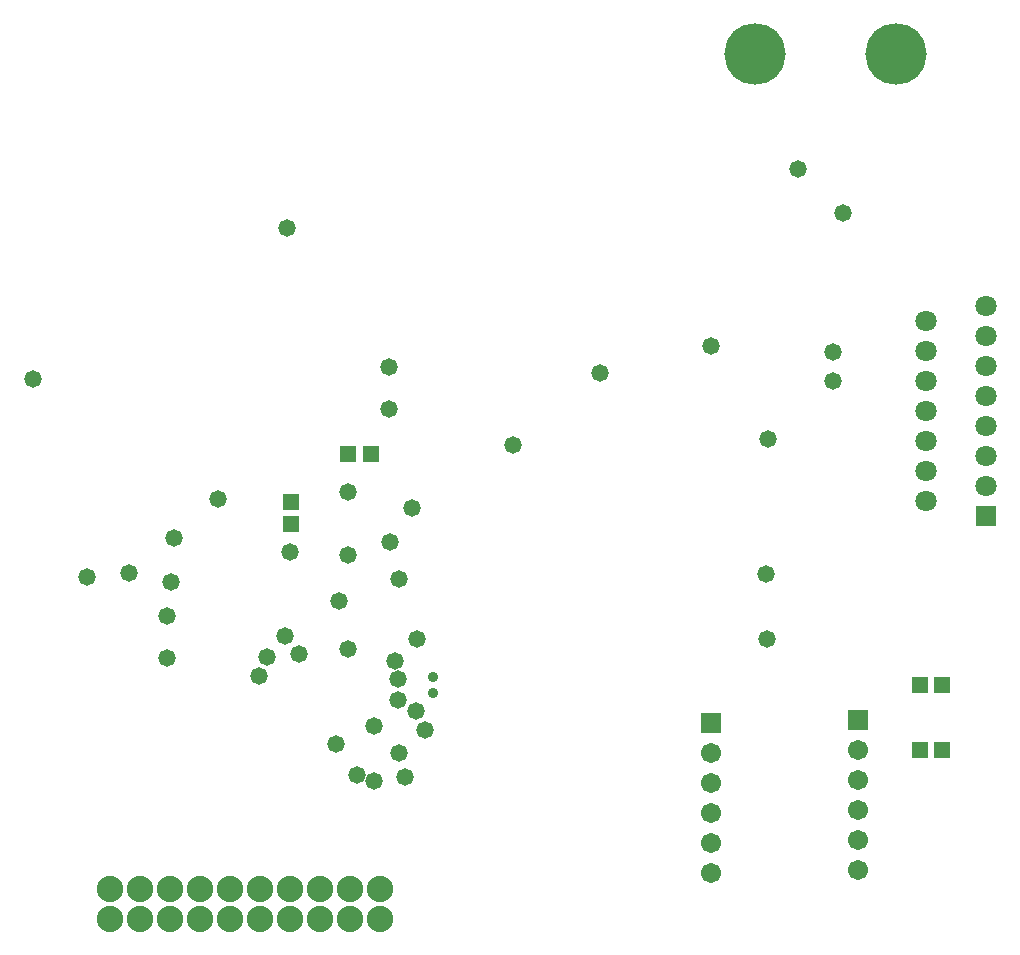
<source format=gbs>
G04*
G04 #@! TF.GenerationSoftware,Altium Limited,Altium Designer,21.8.1 (53)*
G04*
G04 Layer_Color=16711935*
%FSLAX25Y25*%
%MOIN*%
G70*
G04*
G04 #@! TF.SameCoordinates,6B1BD33C-14DF-4FC0-A095-B567C4E17EB1*
G04*
G04*
G04 #@! TF.FilePolarity,Negative*
G04*
G01*
G75*
%ADD14R,0.05288X0.05524*%
%ADD15R,0.05524X0.05288*%
%ADD23C,0.20485*%
%ADD24C,0.07099*%
%ADD25R,0.07099X0.07099*%
%ADD26C,0.08800*%
%ADD27C,0.03556*%
%ADD28R,0.06706X0.06706*%
%ADD29C,0.06706*%
%ADD30C,0.05800*%
D14*
X266000Y344500D02*
D03*
X258520D02*
D03*
X449000Y246000D02*
D03*
X456480D02*
D03*
X449020Y267500D02*
D03*
X456500D02*
D03*
D15*
X239500Y328500D02*
D03*
Y321020D02*
D03*
D23*
X441000Y478000D02*
D03*
X394000D02*
D03*
D24*
X471000Y394000D02*
D03*
X451000Y389000D02*
D03*
X471000Y384000D02*
D03*
X451000Y379000D02*
D03*
X471000Y374000D02*
D03*
X451000Y369000D02*
D03*
X471000Y364000D02*
D03*
X451000Y359000D02*
D03*
X471000Y354000D02*
D03*
X451000Y349000D02*
D03*
X471000Y344000D02*
D03*
X451000Y339000D02*
D03*
X471000Y334000D02*
D03*
X451000Y329000D02*
D03*
D25*
X471000Y324000D02*
D03*
D26*
X209000Y199500D02*
D03*
X219000Y189500D02*
D03*
Y199500D02*
D03*
X229000Y189500D02*
D03*
X239000D02*
D03*
X249000D02*
D03*
X229000Y199500D02*
D03*
X239000D02*
D03*
X249000D02*
D03*
X259000Y189500D02*
D03*
Y199500D02*
D03*
X179000Y189500D02*
D03*
X189000D02*
D03*
Y199500D02*
D03*
X199000Y189500D02*
D03*
Y199500D02*
D03*
X209000Y189500D02*
D03*
X179000Y199500D02*
D03*
X269000Y189500D02*
D03*
Y199500D02*
D03*
D27*
X286693Y264744D02*
D03*
Y270256D02*
D03*
D28*
X428500Y256000D02*
D03*
X379500Y255000D02*
D03*
D29*
X428500Y246000D02*
D03*
Y236000D02*
D03*
Y226000D02*
D03*
Y216000D02*
D03*
Y206000D02*
D03*
X379500Y245000D02*
D03*
Y235000D02*
D03*
Y225000D02*
D03*
Y215000D02*
D03*
Y205000D02*
D03*
D30*
X398500Y349500D02*
D03*
X397742Y304596D02*
D03*
X398000Y283000D02*
D03*
X153500Y369500D02*
D03*
X423500Y425000D02*
D03*
X171500Y303500D02*
D03*
X408500Y439500D02*
D03*
X215000Y329500D02*
D03*
X272500Y315065D02*
D03*
X279666Y326390D02*
D03*
X275500Y303000D02*
D03*
X272000Y373500D02*
D03*
X342500Y371500D02*
D03*
X272000Y359500D02*
D03*
X258500Y332000D02*
D03*
X239000Y312000D02*
D03*
X185500Y305000D02*
D03*
X420000Y378500D02*
D03*
Y369000D02*
D03*
X379500Y380500D02*
D03*
X281000Y259000D02*
D03*
X267000Y254000D02*
D03*
X284000Y252500D02*
D03*
X275500Y245000D02*
D03*
X277500Y237000D02*
D03*
X267025Y235525D02*
D03*
X261500Y237500D02*
D03*
X254500Y248000D02*
D03*
X200500Y316500D02*
D03*
X199500Y302000D02*
D03*
X198000Y290500D02*
D03*
X274000Y275500D02*
D03*
X258500Y279500D02*
D03*
Y311000D02*
D03*
X275000Y262500D02*
D03*
Y269500D02*
D03*
X281500Y283000D02*
D03*
X228765Y270500D02*
D03*
X255500Y295500D02*
D03*
X238000Y420000D02*
D03*
X313500Y347500D02*
D03*
X198000Y276500D02*
D03*
X242000Y278000D02*
D03*
X237500Y284000D02*
D03*
X231500Y277000D02*
D03*
M02*

</source>
